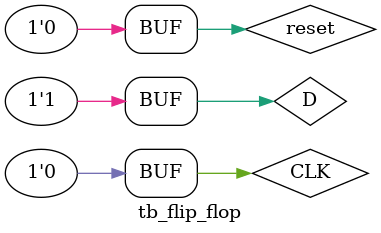
<source format=sv>
`timescale 1ns / 1ps


module tb_flip_flop();
reg D, reset;
reg CLK = 1'b0;
wire Q, Qb;

flip_flop FF1(.D(D), .CLK(CLK), .reset(reset), .Q(Q), .Qb(Qb));

initial begin
#5CLK = ~CLK;
end

initial begin
#5D = 1'b0;
#10D = 1'b1;
#20reset = 1'b1;
#5D = 1'b1;
#10D = 1'b0;
#15reset = 1'b1;
#5D = 1'b0;
#10D = 1'b1;
#15reset = 1'b0;
#5D =  1'b1;
end
endmodule

</source>
